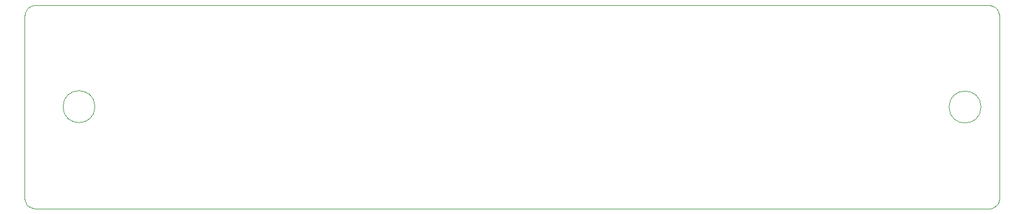
<source format=gbr>
%TF.GenerationSoftware,KiCad,Pcbnew,7.0.1*%
%TF.CreationDate,2023-12-15T14:23:58-05:00*%
%TF.ProjectId,fret,66726574-2e6b-4696-9361-645f70636258,rev?*%
%TF.SameCoordinates,Original*%
%TF.FileFunction,Profile,NP*%
%FSLAX46Y46*%
G04 Gerber Fmt 4.6, Leading zero omitted, Abs format (unit mm)*
G04 Created by KiCad (PCBNEW 7.0.1) date 2023-12-15 14:23:58*
%MOMM*%
%LPD*%
G01*
G04 APERTURE LIST*
%TA.AperFunction,Profile*%
%ADD10C,0.100000*%
%TD*%
G04 APERTURE END LIST*
D10*
X91467249Y-91948000D02*
G75*
G03*
X91467249Y-91948000I-2313249J0D01*
G01*
X222600000Y-78030000D02*
X222680000Y-78190000D01*
X81310000Y-105560000D02*
X81280000Y-105270000D01*
X82630000Y-77250000D02*
X83340000Y-77250000D01*
X222600000Y-105970000D02*
X222390000Y-106270000D01*
X221680000Y-106690000D02*
X221430000Y-106730000D01*
X82090000Y-77410000D02*
X82360000Y-77300000D01*
X81620000Y-106220000D02*
X81460000Y-105970000D01*
X222780000Y-78700000D02*
X222790000Y-105100000D01*
X82360000Y-77300000D02*
X82630000Y-77250000D01*
X221900000Y-77370000D02*
X222100000Y-77480000D01*
X221350000Y-77240000D02*
X221670000Y-77300000D01*
X81810000Y-106390000D02*
X81620000Y-106220000D01*
X222720000Y-105660000D02*
X222600000Y-105970000D01*
X81280000Y-105270000D02*
X81280000Y-78740000D01*
X220119483Y-92000000D02*
G75*
G03*
X220119483Y-92000000I-2319483J0D01*
G01*
X222680000Y-78190000D02*
X222750000Y-78460000D01*
X222790000Y-105100000D02*
X222770000Y-105340000D01*
X222390000Y-106270000D02*
X222000000Y-106560000D01*
X222100000Y-77480000D02*
X222300000Y-77630000D01*
X82470000Y-106700000D02*
X82220000Y-106630000D01*
X81460000Y-78050000D02*
X81600000Y-77840000D01*
X221280000Y-106740000D02*
X82830000Y-106740000D01*
X82830000Y-106740000D02*
X82470000Y-106700000D01*
X222420000Y-77750000D02*
X222600000Y-78030000D01*
X81290000Y-78590000D02*
X81360000Y-78270000D01*
X81790000Y-77630000D02*
X82090000Y-77410000D01*
X221430000Y-106730000D02*
X221280000Y-106740000D01*
X81600000Y-77840000D02*
X81790000Y-77630000D01*
X222000000Y-106560000D02*
X221680000Y-106690000D01*
X222750000Y-78460000D02*
X222780000Y-78700000D01*
X221670000Y-77300000D02*
X221900000Y-77370000D01*
X222770000Y-105340000D02*
X222720000Y-105660000D01*
X81360000Y-78270000D02*
X81460000Y-78050000D01*
X81280000Y-78740000D02*
X81290000Y-78590000D01*
X82220000Y-106630000D02*
X81980000Y-106510000D01*
X81460000Y-105970000D02*
X81310000Y-105560000D01*
X222300000Y-77630000D02*
X222420000Y-77750000D01*
X81980000Y-106510000D02*
X81810000Y-106390000D01*
X83340000Y-77250000D02*
X221350000Y-77240000D01*
M02*

</source>
